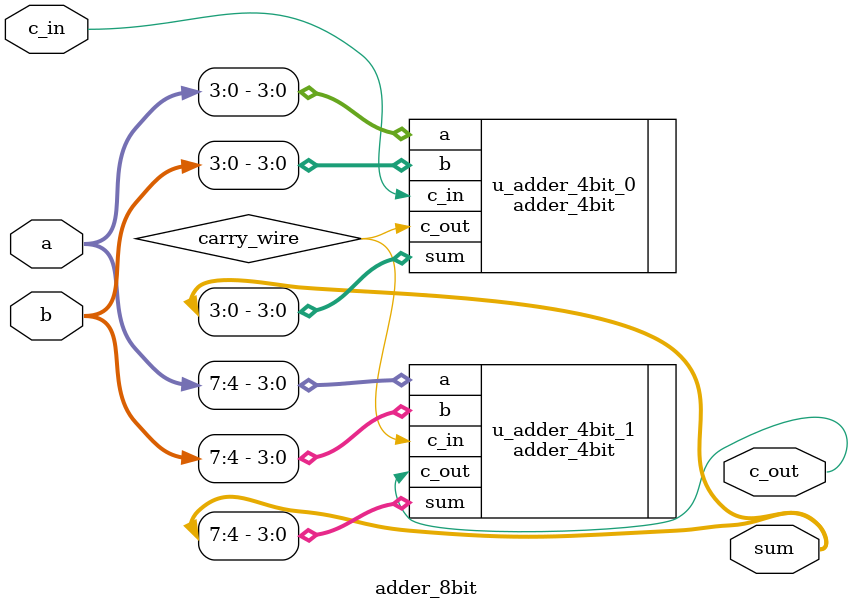
<source format=v>
module adder_8bit(
    a,
    b,
    sum,
    c_in,
    c_out
);

input [7:0] a;
input [7:0] b;
input c_in;

output [7:0] sum;
output c_out;

wire carry_wire;

adder_4bit u_adder_4bit_0(
    .a(a[3:0]),
    .b(b[3:0]),
    .sum(sum[3:0]),
    .c_in(c_in),
    .c_out(carry_wire)
);

adder_4bit u_adder_4bit_1(
    .a(a[7:4]),
    .b(b[7:4]),
    .sum(sum[7:4]),
    .c_in(carry_wire),
    .c_out(c_out)
);

endmodule
</source>
